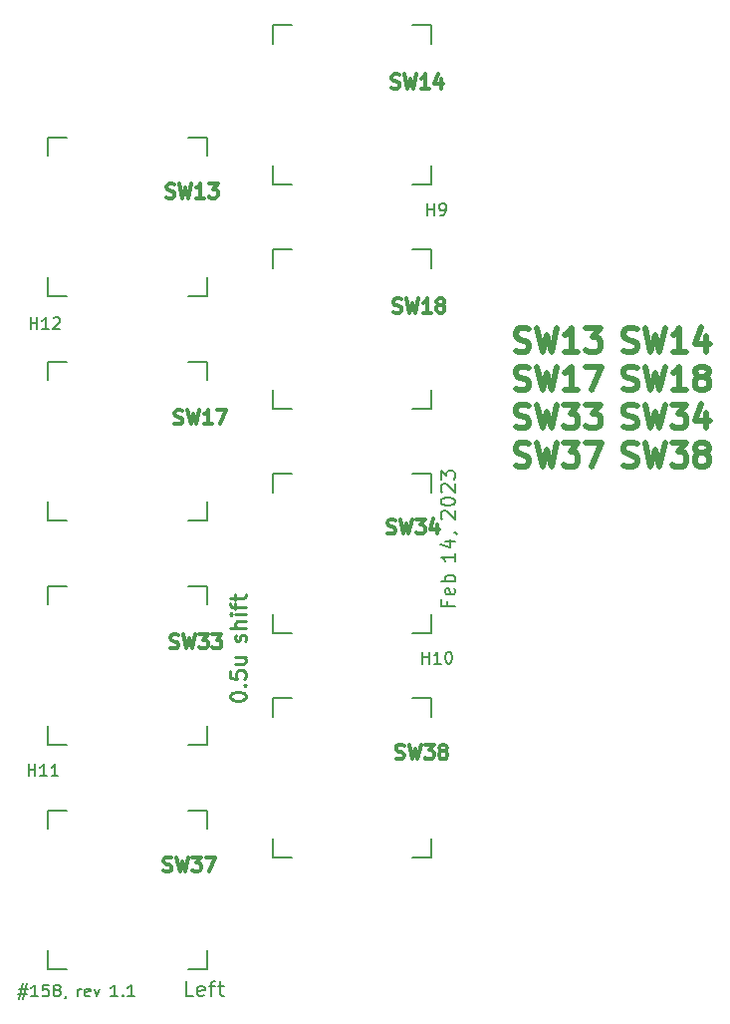
<source format=gbr>
%TF.GenerationSoftware,KiCad,Pcbnew,(7.0.0-0)*%
%TF.CreationDate,2023-02-26T21:11:16+09:00*%
%TF.ProjectId,pangaea-pcb-pinkey-k2-0.5ushift,70616e67-6165-4612-9d70-63622d70696e,rev?*%
%TF.SameCoordinates,Original*%
%TF.FileFunction,Legend,Top*%
%TF.FilePolarity,Positive*%
%FSLAX46Y46*%
G04 Gerber Fmt 4.6, Leading zero omitted, Abs format (unit mm)*
G04 Created by KiCad (PCBNEW (7.0.0-0)) date 2023-02-26 21:11:16*
%MOMM*%
%LPD*%
G01*
G04 APERTURE LIST*
%ADD10C,0.300000*%
%ADD11C,0.500000*%
%ADD12C,0.250000*%
%ADD13C,0.150000*%
%ADD14C,0.162500*%
G04 APERTURE END LIST*
D10*
X53758571Y-23971714D02*
X53930000Y-24028857D01*
X53930000Y-24028857D02*
X54215714Y-24028857D01*
X54215714Y-24028857D02*
X54330000Y-23971714D01*
X54330000Y-23971714D02*
X54387142Y-23914571D01*
X54387142Y-23914571D02*
X54444285Y-23800285D01*
X54444285Y-23800285D02*
X54444285Y-23686000D01*
X54444285Y-23686000D02*
X54387142Y-23571714D01*
X54387142Y-23571714D02*
X54330000Y-23514571D01*
X54330000Y-23514571D02*
X54215714Y-23457428D01*
X54215714Y-23457428D02*
X53987142Y-23400285D01*
X53987142Y-23400285D02*
X53872857Y-23343142D01*
X53872857Y-23343142D02*
X53815714Y-23286000D01*
X53815714Y-23286000D02*
X53758571Y-23171714D01*
X53758571Y-23171714D02*
X53758571Y-23057428D01*
X53758571Y-23057428D02*
X53815714Y-22943142D01*
X53815714Y-22943142D02*
X53872857Y-22886000D01*
X53872857Y-22886000D02*
X53987142Y-22828857D01*
X53987142Y-22828857D02*
X54272857Y-22828857D01*
X54272857Y-22828857D02*
X54444285Y-22886000D01*
X54844285Y-22828857D02*
X55129999Y-24028857D01*
X55129999Y-24028857D02*
X55358571Y-23171714D01*
X55358571Y-23171714D02*
X55587142Y-24028857D01*
X55587142Y-24028857D02*
X55872857Y-22828857D01*
X56958571Y-24028857D02*
X56272857Y-24028857D01*
X56615714Y-24028857D02*
X56615714Y-22828857D01*
X56615714Y-22828857D02*
X56501428Y-23000285D01*
X56501428Y-23000285D02*
X56387143Y-23114571D01*
X56387143Y-23114571D02*
X56272857Y-23171714D01*
X57987143Y-23228857D02*
X57987143Y-24028857D01*
X57701428Y-22771714D02*
X57415714Y-23628857D01*
X57415714Y-23628857D02*
X58158571Y-23628857D01*
D11*
X64280952Y-46309523D02*
X64566666Y-46404761D01*
X64566666Y-46404761D02*
X65042857Y-46404761D01*
X65042857Y-46404761D02*
X65233333Y-46309523D01*
X65233333Y-46309523D02*
X65328571Y-46214285D01*
X65328571Y-46214285D02*
X65423809Y-46023809D01*
X65423809Y-46023809D02*
X65423809Y-45833333D01*
X65423809Y-45833333D02*
X65328571Y-45642857D01*
X65328571Y-45642857D02*
X65233333Y-45547619D01*
X65233333Y-45547619D02*
X65042857Y-45452380D01*
X65042857Y-45452380D02*
X64661904Y-45357142D01*
X64661904Y-45357142D02*
X64471428Y-45261904D01*
X64471428Y-45261904D02*
X64376190Y-45166666D01*
X64376190Y-45166666D02*
X64280952Y-44976190D01*
X64280952Y-44976190D02*
X64280952Y-44785714D01*
X64280952Y-44785714D02*
X64376190Y-44595238D01*
X64376190Y-44595238D02*
X64471428Y-44500000D01*
X64471428Y-44500000D02*
X64661904Y-44404761D01*
X64661904Y-44404761D02*
X65138095Y-44404761D01*
X65138095Y-44404761D02*
X65423809Y-44500000D01*
X66090476Y-44404761D02*
X66566666Y-46404761D01*
X66566666Y-46404761D02*
X66947619Y-44976190D01*
X66947619Y-44976190D02*
X67328571Y-46404761D01*
X67328571Y-46404761D02*
X67804762Y-44404761D01*
X69614285Y-46404761D02*
X68471428Y-46404761D01*
X69042856Y-46404761D02*
X69042856Y-44404761D01*
X69042856Y-44404761D02*
X68852380Y-44690476D01*
X68852380Y-44690476D02*
X68661904Y-44880952D01*
X68661904Y-44880952D02*
X68471428Y-44976190D01*
X70280952Y-44404761D02*
X71519047Y-44404761D01*
X71519047Y-44404761D02*
X70852380Y-45166666D01*
X70852380Y-45166666D02*
X71138095Y-45166666D01*
X71138095Y-45166666D02*
X71328571Y-45261904D01*
X71328571Y-45261904D02*
X71423809Y-45357142D01*
X71423809Y-45357142D02*
X71519047Y-45547619D01*
X71519047Y-45547619D02*
X71519047Y-46023809D01*
X71519047Y-46023809D02*
X71423809Y-46214285D01*
X71423809Y-46214285D02*
X71328571Y-46309523D01*
X71328571Y-46309523D02*
X71138095Y-46404761D01*
X71138095Y-46404761D02*
X70566666Y-46404761D01*
X70566666Y-46404761D02*
X70376190Y-46309523D01*
X70376190Y-46309523D02*
X70280952Y-46214285D01*
X73480952Y-46309523D02*
X73766666Y-46404761D01*
X73766666Y-46404761D02*
X74242857Y-46404761D01*
X74242857Y-46404761D02*
X74433333Y-46309523D01*
X74433333Y-46309523D02*
X74528571Y-46214285D01*
X74528571Y-46214285D02*
X74623809Y-46023809D01*
X74623809Y-46023809D02*
X74623809Y-45833333D01*
X74623809Y-45833333D02*
X74528571Y-45642857D01*
X74528571Y-45642857D02*
X74433333Y-45547619D01*
X74433333Y-45547619D02*
X74242857Y-45452380D01*
X74242857Y-45452380D02*
X73861904Y-45357142D01*
X73861904Y-45357142D02*
X73671428Y-45261904D01*
X73671428Y-45261904D02*
X73576190Y-45166666D01*
X73576190Y-45166666D02*
X73480952Y-44976190D01*
X73480952Y-44976190D02*
X73480952Y-44785714D01*
X73480952Y-44785714D02*
X73576190Y-44595238D01*
X73576190Y-44595238D02*
X73671428Y-44500000D01*
X73671428Y-44500000D02*
X73861904Y-44404761D01*
X73861904Y-44404761D02*
X74338095Y-44404761D01*
X74338095Y-44404761D02*
X74623809Y-44500000D01*
X75290476Y-44404761D02*
X75766666Y-46404761D01*
X75766666Y-46404761D02*
X76147619Y-44976190D01*
X76147619Y-44976190D02*
X76528571Y-46404761D01*
X76528571Y-46404761D02*
X77004762Y-44404761D01*
X78814285Y-46404761D02*
X77671428Y-46404761D01*
X78242856Y-46404761D02*
X78242856Y-44404761D01*
X78242856Y-44404761D02*
X78052380Y-44690476D01*
X78052380Y-44690476D02*
X77861904Y-44880952D01*
X77861904Y-44880952D02*
X77671428Y-44976190D01*
X80528571Y-45071428D02*
X80528571Y-46404761D01*
X80052380Y-44309523D02*
X79576190Y-45738095D01*
X79576190Y-45738095D02*
X80814285Y-45738095D01*
X64280952Y-49549523D02*
X64566666Y-49644761D01*
X64566666Y-49644761D02*
X65042857Y-49644761D01*
X65042857Y-49644761D02*
X65233333Y-49549523D01*
X65233333Y-49549523D02*
X65328571Y-49454285D01*
X65328571Y-49454285D02*
X65423809Y-49263809D01*
X65423809Y-49263809D02*
X65423809Y-49073333D01*
X65423809Y-49073333D02*
X65328571Y-48882857D01*
X65328571Y-48882857D02*
X65233333Y-48787619D01*
X65233333Y-48787619D02*
X65042857Y-48692380D01*
X65042857Y-48692380D02*
X64661904Y-48597142D01*
X64661904Y-48597142D02*
X64471428Y-48501904D01*
X64471428Y-48501904D02*
X64376190Y-48406666D01*
X64376190Y-48406666D02*
X64280952Y-48216190D01*
X64280952Y-48216190D02*
X64280952Y-48025714D01*
X64280952Y-48025714D02*
X64376190Y-47835238D01*
X64376190Y-47835238D02*
X64471428Y-47740000D01*
X64471428Y-47740000D02*
X64661904Y-47644761D01*
X64661904Y-47644761D02*
X65138095Y-47644761D01*
X65138095Y-47644761D02*
X65423809Y-47740000D01*
X66090476Y-47644761D02*
X66566666Y-49644761D01*
X66566666Y-49644761D02*
X66947619Y-48216190D01*
X66947619Y-48216190D02*
X67328571Y-49644761D01*
X67328571Y-49644761D02*
X67804762Y-47644761D01*
X69614285Y-49644761D02*
X68471428Y-49644761D01*
X69042856Y-49644761D02*
X69042856Y-47644761D01*
X69042856Y-47644761D02*
X68852380Y-47930476D01*
X68852380Y-47930476D02*
X68661904Y-48120952D01*
X68661904Y-48120952D02*
X68471428Y-48216190D01*
X70280952Y-47644761D02*
X71614285Y-47644761D01*
X71614285Y-47644761D02*
X70757142Y-49644761D01*
X73480952Y-49549523D02*
X73766666Y-49644761D01*
X73766666Y-49644761D02*
X74242857Y-49644761D01*
X74242857Y-49644761D02*
X74433333Y-49549523D01*
X74433333Y-49549523D02*
X74528571Y-49454285D01*
X74528571Y-49454285D02*
X74623809Y-49263809D01*
X74623809Y-49263809D02*
X74623809Y-49073333D01*
X74623809Y-49073333D02*
X74528571Y-48882857D01*
X74528571Y-48882857D02*
X74433333Y-48787619D01*
X74433333Y-48787619D02*
X74242857Y-48692380D01*
X74242857Y-48692380D02*
X73861904Y-48597142D01*
X73861904Y-48597142D02*
X73671428Y-48501904D01*
X73671428Y-48501904D02*
X73576190Y-48406666D01*
X73576190Y-48406666D02*
X73480952Y-48216190D01*
X73480952Y-48216190D02*
X73480952Y-48025714D01*
X73480952Y-48025714D02*
X73576190Y-47835238D01*
X73576190Y-47835238D02*
X73671428Y-47740000D01*
X73671428Y-47740000D02*
X73861904Y-47644761D01*
X73861904Y-47644761D02*
X74338095Y-47644761D01*
X74338095Y-47644761D02*
X74623809Y-47740000D01*
X75290476Y-47644761D02*
X75766666Y-49644761D01*
X75766666Y-49644761D02*
X76147619Y-48216190D01*
X76147619Y-48216190D02*
X76528571Y-49644761D01*
X76528571Y-49644761D02*
X77004762Y-47644761D01*
X78814285Y-49644761D02*
X77671428Y-49644761D01*
X78242856Y-49644761D02*
X78242856Y-47644761D01*
X78242856Y-47644761D02*
X78052380Y-47930476D01*
X78052380Y-47930476D02*
X77861904Y-48120952D01*
X77861904Y-48120952D02*
X77671428Y-48216190D01*
X79957142Y-48501904D02*
X79766666Y-48406666D01*
X79766666Y-48406666D02*
X79671428Y-48311428D01*
X79671428Y-48311428D02*
X79576190Y-48120952D01*
X79576190Y-48120952D02*
X79576190Y-48025714D01*
X79576190Y-48025714D02*
X79671428Y-47835238D01*
X79671428Y-47835238D02*
X79766666Y-47740000D01*
X79766666Y-47740000D02*
X79957142Y-47644761D01*
X79957142Y-47644761D02*
X80338095Y-47644761D01*
X80338095Y-47644761D02*
X80528571Y-47740000D01*
X80528571Y-47740000D02*
X80623809Y-47835238D01*
X80623809Y-47835238D02*
X80719047Y-48025714D01*
X80719047Y-48025714D02*
X80719047Y-48120952D01*
X80719047Y-48120952D02*
X80623809Y-48311428D01*
X80623809Y-48311428D02*
X80528571Y-48406666D01*
X80528571Y-48406666D02*
X80338095Y-48501904D01*
X80338095Y-48501904D02*
X79957142Y-48501904D01*
X79957142Y-48501904D02*
X79766666Y-48597142D01*
X79766666Y-48597142D02*
X79671428Y-48692380D01*
X79671428Y-48692380D02*
X79576190Y-48882857D01*
X79576190Y-48882857D02*
X79576190Y-49263809D01*
X79576190Y-49263809D02*
X79671428Y-49454285D01*
X79671428Y-49454285D02*
X79766666Y-49549523D01*
X79766666Y-49549523D02*
X79957142Y-49644761D01*
X79957142Y-49644761D02*
X80338095Y-49644761D01*
X80338095Y-49644761D02*
X80528571Y-49549523D01*
X80528571Y-49549523D02*
X80623809Y-49454285D01*
X80623809Y-49454285D02*
X80719047Y-49263809D01*
X80719047Y-49263809D02*
X80719047Y-48882857D01*
X80719047Y-48882857D02*
X80623809Y-48692380D01*
X80623809Y-48692380D02*
X80528571Y-48597142D01*
X80528571Y-48597142D02*
X80338095Y-48501904D01*
X64280952Y-52789523D02*
X64566666Y-52884761D01*
X64566666Y-52884761D02*
X65042857Y-52884761D01*
X65042857Y-52884761D02*
X65233333Y-52789523D01*
X65233333Y-52789523D02*
X65328571Y-52694285D01*
X65328571Y-52694285D02*
X65423809Y-52503809D01*
X65423809Y-52503809D02*
X65423809Y-52313333D01*
X65423809Y-52313333D02*
X65328571Y-52122857D01*
X65328571Y-52122857D02*
X65233333Y-52027619D01*
X65233333Y-52027619D02*
X65042857Y-51932380D01*
X65042857Y-51932380D02*
X64661904Y-51837142D01*
X64661904Y-51837142D02*
X64471428Y-51741904D01*
X64471428Y-51741904D02*
X64376190Y-51646666D01*
X64376190Y-51646666D02*
X64280952Y-51456190D01*
X64280952Y-51456190D02*
X64280952Y-51265714D01*
X64280952Y-51265714D02*
X64376190Y-51075238D01*
X64376190Y-51075238D02*
X64471428Y-50980000D01*
X64471428Y-50980000D02*
X64661904Y-50884761D01*
X64661904Y-50884761D02*
X65138095Y-50884761D01*
X65138095Y-50884761D02*
X65423809Y-50980000D01*
X66090476Y-50884761D02*
X66566666Y-52884761D01*
X66566666Y-52884761D02*
X66947619Y-51456190D01*
X66947619Y-51456190D02*
X67328571Y-52884761D01*
X67328571Y-52884761D02*
X67804762Y-50884761D01*
X68376190Y-50884761D02*
X69614285Y-50884761D01*
X69614285Y-50884761D02*
X68947618Y-51646666D01*
X68947618Y-51646666D02*
X69233333Y-51646666D01*
X69233333Y-51646666D02*
X69423809Y-51741904D01*
X69423809Y-51741904D02*
X69519047Y-51837142D01*
X69519047Y-51837142D02*
X69614285Y-52027619D01*
X69614285Y-52027619D02*
X69614285Y-52503809D01*
X69614285Y-52503809D02*
X69519047Y-52694285D01*
X69519047Y-52694285D02*
X69423809Y-52789523D01*
X69423809Y-52789523D02*
X69233333Y-52884761D01*
X69233333Y-52884761D02*
X68661904Y-52884761D01*
X68661904Y-52884761D02*
X68471428Y-52789523D01*
X68471428Y-52789523D02*
X68376190Y-52694285D01*
X70280952Y-50884761D02*
X71519047Y-50884761D01*
X71519047Y-50884761D02*
X70852380Y-51646666D01*
X70852380Y-51646666D02*
X71138095Y-51646666D01*
X71138095Y-51646666D02*
X71328571Y-51741904D01*
X71328571Y-51741904D02*
X71423809Y-51837142D01*
X71423809Y-51837142D02*
X71519047Y-52027619D01*
X71519047Y-52027619D02*
X71519047Y-52503809D01*
X71519047Y-52503809D02*
X71423809Y-52694285D01*
X71423809Y-52694285D02*
X71328571Y-52789523D01*
X71328571Y-52789523D02*
X71138095Y-52884761D01*
X71138095Y-52884761D02*
X70566666Y-52884761D01*
X70566666Y-52884761D02*
X70376190Y-52789523D01*
X70376190Y-52789523D02*
X70280952Y-52694285D01*
X73480952Y-52789523D02*
X73766666Y-52884761D01*
X73766666Y-52884761D02*
X74242857Y-52884761D01*
X74242857Y-52884761D02*
X74433333Y-52789523D01*
X74433333Y-52789523D02*
X74528571Y-52694285D01*
X74528571Y-52694285D02*
X74623809Y-52503809D01*
X74623809Y-52503809D02*
X74623809Y-52313333D01*
X74623809Y-52313333D02*
X74528571Y-52122857D01*
X74528571Y-52122857D02*
X74433333Y-52027619D01*
X74433333Y-52027619D02*
X74242857Y-51932380D01*
X74242857Y-51932380D02*
X73861904Y-51837142D01*
X73861904Y-51837142D02*
X73671428Y-51741904D01*
X73671428Y-51741904D02*
X73576190Y-51646666D01*
X73576190Y-51646666D02*
X73480952Y-51456190D01*
X73480952Y-51456190D02*
X73480952Y-51265714D01*
X73480952Y-51265714D02*
X73576190Y-51075238D01*
X73576190Y-51075238D02*
X73671428Y-50980000D01*
X73671428Y-50980000D02*
X73861904Y-50884761D01*
X73861904Y-50884761D02*
X74338095Y-50884761D01*
X74338095Y-50884761D02*
X74623809Y-50980000D01*
X75290476Y-50884761D02*
X75766666Y-52884761D01*
X75766666Y-52884761D02*
X76147619Y-51456190D01*
X76147619Y-51456190D02*
X76528571Y-52884761D01*
X76528571Y-52884761D02*
X77004762Y-50884761D01*
X77576190Y-50884761D02*
X78814285Y-50884761D01*
X78814285Y-50884761D02*
X78147618Y-51646666D01*
X78147618Y-51646666D02*
X78433333Y-51646666D01*
X78433333Y-51646666D02*
X78623809Y-51741904D01*
X78623809Y-51741904D02*
X78719047Y-51837142D01*
X78719047Y-51837142D02*
X78814285Y-52027619D01*
X78814285Y-52027619D02*
X78814285Y-52503809D01*
X78814285Y-52503809D02*
X78719047Y-52694285D01*
X78719047Y-52694285D02*
X78623809Y-52789523D01*
X78623809Y-52789523D02*
X78433333Y-52884761D01*
X78433333Y-52884761D02*
X77861904Y-52884761D01*
X77861904Y-52884761D02*
X77671428Y-52789523D01*
X77671428Y-52789523D02*
X77576190Y-52694285D01*
X80528571Y-51551428D02*
X80528571Y-52884761D01*
X80052380Y-50789523D02*
X79576190Y-52218095D01*
X79576190Y-52218095D02*
X80814285Y-52218095D01*
X64280952Y-56029523D02*
X64566666Y-56124761D01*
X64566666Y-56124761D02*
X65042857Y-56124761D01*
X65042857Y-56124761D02*
X65233333Y-56029523D01*
X65233333Y-56029523D02*
X65328571Y-55934285D01*
X65328571Y-55934285D02*
X65423809Y-55743809D01*
X65423809Y-55743809D02*
X65423809Y-55553333D01*
X65423809Y-55553333D02*
X65328571Y-55362857D01*
X65328571Y-55362857D02*
X65233333Y-55267619D01*
X65233333Y-55267619D02*
X65042857Y-55172380D01*
X65042857Y-55172380D02*
X64661904Y-55077142D01*
X64661904Y-55077142D02*
X64471428Y-54981904D01*
X64471428Y-54981904D02*
X64376190Y-54886666D01*
X64376190Y-54886666D02*
X64280952Y-54696190D01*
X64280952Y-54696190D02*
X64280952Y-54505714D01*
X64280952Y-54505714D02*
X64376190Y-54315238D01*
X64376190Y-54315238D02*
X64471428Y-54220000D01*
X64471428Y-54220000D02*
X64661904Y-54124761D01*
X64661904Y-54124761D02*
X65138095Y-54124761D01*
X65138095Y-54124761D02*
X65423809Y-54220000D01*
X66090476Y-54124761D02*
X66566666Y-56124761D01*
X66566666Y-56124761D02*
X66947619Y-54696190D01*
X66947619Y-54696190D02*
X67328571Y-56124761D01*
X67328571Y-56124761D02*
X67804762Y-54124761D01*
X68376190Y-54124761D02*
X69614285Y-54124761D01*
X69614285Y-54124761D02*
X68947618Y-54886666D01*
X68947618Y-54886666D02*
X69233333Y-54886666D01*
X69233333Y-54886666D02*
X69423809Y-54981904D01*
X69423809Y-54981904D02*
X69519047Y-55077142D01*
X69519047Y-55077142D02*
X69614285Y-55267619D01*
X69614285Y-55267619D02*
X69614285Y-55743809D01*
X69614285Y-55743809D02*
X69519047Y-55934285D01*
X69519047Y-55934285D02*
X69423809Y-56029523D01*
X69423809Y-56029523D02*
X69233333Y-56124761D01*
X69233333Y-56124761D02*
X68661904Y-56124761D01*
X68661904Y-56124761D02*
X68471428Y-56029523D01*
X68471428Y-56029523D02*
X68376190Y-55934285D01*
X70280952Y-54124761D02*
X71614285Y-54124761D01*
X71614285Y-54124761D02*
X70757142Y-56124761D01*
X73480952Y-56029523D02*
X73766666Y-56124761D01*
X73766666Y-56124761D02*
X74242857Y-56124761D01*
X74242857Y-56124761D02*
X74433333Y-56029523D01*
X74433333Y-56029523D02*
X74528571Y-55934285D01*
X74528571Y-55934285D02*
X74623809Y-55743809D01*
X74623809Y-55743809D02*
X74623809Y-55553333D01*
X74623809Y-55553333D02*
X74528571Y-55362857D01*
X74528571Y-55362857D02*
X74433333Y-55267619D01*
X74433333Y-55267619D02*
X74242857Y-55172380D01*
X74242857Y-55172380D02*
X73861904Y-55077142D01*
X73861904Y-55077142D02*
X73671428Y-54981904D01*
X73671428Y-54981904D02*
X73576190Y-54886666D01*
X73576190Y-54886666D02*
X73480952Y-54696190D01*
X73480952Y-54696190D02*
X73480952Y-54505714D01*
X73480952Y-54505714D02*
X73576190Y-54315238D01*
X73576190Y-54315238D02*
X73671428Y-54220000D01*
X73671428Y-54220000D02*
X73861904Y-54124761D01*
X73861904Y-54124761D02*
X74338095Y-54124761D01*
X74338095Y-54124761D02*
X74623809Y-54220000D01*
X75290476Y-54124761D02*
X75766666Y-56124761D01*
X75766666Y-56124761D02*
X76147619Y-54696190D01*
X76147619Y-54696190D02*
X76528571Y-56124761D01*
X76528571Y-56124761D02*
X77004762Y-54124761D01*
X77576190Y-54124761D02*
X78814285Y-54124761D01*
X78814285Y-54124761D02*
X78147618Y-54886666D01*
X78147618Y-54886666D02*
X78433333Y-54886666D01*
X78433333Y-54886666D02*
X78623809Y-54981904D01*
X78623809Y-54981904D02*
X78719047Y-55077142D01*
X78719047Y-55077142D02*
X78814285Y-55267619D01*
X78814285Y-55267619D02*
X78814285Y-55743809D01*
X78814285Y-55743809D02*
X78719047Y-55934285D01*
X78719047Y-55934285D02*
X78623809Y-56029523D01*
X78623809Y-56029523D02*
X78433333Y-56124761D01*
X78433333Y-56124761D02*
X77861904Y-56124761D01*
X77861904Y-56124761D02*
X77671428Y-56029523D01*
X77671428Y-56029523D02*
X77576190Y-55934285D01*
X79957142Y-54981904D02*
X79766666Y-54886666D01*
X79766666Y-54886666D02*
X79671428Y-54791428D01*
X79671428Y-54791428D02*
X79576190Y-54600952D01*
X79576190Y-54600952D02*
X79576190Y-54505714D01*
X79576190Y-54505714D02*
X79671428Y-54315238D01*
X79671428Y-54315238D02*
X79766666Y-54220000D01*
X79766666Y-54220000D02*
X79957142Y-54124761D01*
X79957142Y-54124761D02*
X80338095Y-54124761D01*
X80338095Y-54124761D02*
X80528571Y-54220000D01*
X80528571Y-54220000D02*
X80623809Y-54315238D01*
X80623809Y-54315238D02*
X80719047Y-54505714D01*
X80719047Y-54505714D02*
X80719047Y-54600952D01*
X80719047Y-54600952D02*
X80623809Y-54791428D01*
X80623809Y-54791428D02*
X80528571Y-54886666D01*
X80528571Y-54886666D02*
X80338095Y-54981904D01*
X80338095Y-54981904D02*
X79957142Y-54981904D01*
X79957142Y-54981904D02*
X79766666Y-55077142D01*
X79766666Y-55077142D02*
X79671428Y-55172380D01*
X79671428Y-55172380D02*
X79576190Y-55362857D01*
X79576190Y-55362857D02*
X79576190Y-55743809D01*
X79576190Y-55743809D02*
X79671428Y-55934285D01*
X79671428Y-55934285D02*
X79766666Y-56029523D01*
X79766666Y-56029523D02*
X79957142Y-56124761D01*
X79957142Y-56124761D02*
X80338095Y-56124761D01*
X80338095Y-56124761D02*
X80528571Y-56029523D01*
X80528571Y-56029523D02*
X80623809Y-55934285D01*
X80623809Y-55934285D02*
X80719047Y-55743809D01*
X80719047Y-55743809D02*
X80719047Y-55362857D01*
X80719047Y-55362857D02*
X80623809Y-55172380D01*
X80623809Y-55172380D02*
X80528571Y-55077142D01*
X80528571Y-55077142D02*
X80338095Y-54981904D01*
D10*
X53918571Y-43021714D02*
X54090000Y-43078857D01*
X54090000Y-43078857D02*
X54375714Y-43078857D01*
X54375714Y-43078857D02*
X54490000Y-43021714D01*
X54490000Y-43021714D02*
X54547142Y-42964571D01*
X54547142Y-42964571D02*
X54604285Y-42850285D01*
X54604285Y-42850285D02*
X54604285Y-42736000D01*
X54604285Y-42736000D02*
X54547142Y-42621714D01*
X54547142Y-42621714D02*
X54490000Y-42564571D01*
X54490000Y-42564571D02*
X54375714Y-42507428D01*
X54375714Y-42507428D02*
X54147142Y-42450285D01*
X54147142Y-42450285D02*
X54032857Y-42393142D01*
X54032857Y-42393142D02*
X53975714Y-42336000D01*
X53975714Y-42336000D02*
X53918571Y-42221714D01*
X53918571Y-42221714D02*
X53918571Y-42107428D01*
X53918571Y-42107428D02*
X53975714Y-41993142D01*
X53975714Y-41993142D02*
X54032857Y-41936000D01*
X54032857Y-41936000D02*
X54147142Y-41878857D01*
X54147142Y-41878857D02*
X54432857Y-41878857D01*
X54432857Y-41878857D02*
X54604285Y-41936000D01*
X55004285Y-41878857D02*
X55289999Y-43078857D01*
X55289999Y-43078857D02*
X55518571Y-42221714D01*
X55518571Y-42221714D02*
X55747142Y-43078857D01*
X55747142Y-43078857D02*
X56032857Y-41878857D01*
X57118571Y-43078857D02*
X56432857Y-43078857D01*
X56775714Y-43078857D02*
X56775714Y-41878857D01*
X56775714Y-41878857D02*
X56661428Y-42050285D01*
X56661428Y-42050285D02*
X56547143Y-42164571D01*
X56547143Y-42164571D02*
X56432857Y-42221714D01*
X57804285Y-42393142D02*
X57690000Y-42336000D01*
X57690000Y-42336000D02*
X57632857Y-42278857D01*
X57632857Y-42278857D02*
X57575714Y-42164571D01*
X57575714Y-42164571D02*
X57575714Y-42107428D01*
X57575714Y-42107428D02*
X57632857Y-41993142D01*
X57632857Y-41993142D02*
X57690000Y-41936000D01*
X57690000Y-41936000D02*
X57804285Y-41878857D01*
X57804285Y-41878857D02*
X58032857Y-41878857D01*
X58032857Y-41878857D02*
X58147143Y-41936000D01*
X58147143Y-41936000D02*
X58204285Y-41993142D01*
X58204285Y-41993142D02*
X58261428Y-42107428D01*
X58261428Y-42107428D02*
X58261428Y-42164571D01*
X58261428Y-42164571D02*
X58204285Y-42278857D01*
X58204285Y-42278857D02*
X58147143Y-42336000D01*
X58147143Y-42336000D02*
X58032857Y-42393142D01*
X58032857Y-42393142D02*
X57804285Y-42393142D01*
X57804285Y-42393142D02*
X57690000Y-42450285D01*
X57690000Y-42450285D02*
X57632857Y-42507428D01*
X57632857Y-42507428D02*
X57575714Y-42621714D01*
X57575714Y-42621714D02*
X57575714Y-42850285D01*
X57575714Y-42850285D02*
X57632857Y-42964571D01*
X57632857Y-42964571D02*
X57690000Y-43021714D01*
X57690000Y-43021714D02*
X57804285Y-43078857D01*
X57804285Y-43078857D02*
X58032857Y-43078857D01*
X58032857Y-43078857D02*
X58147143Y-43021714D01*
X58147143Y-43021714D02*
X58204285Y-42964571D01*
X58204285Y-42964571D02*
X58261428Y-42850285D01*
X58261428Y-42850285D02*
X58261428Y-42621714D01*
X58261428Y-42621714D02*
X58204285Y-42507428D01*
X58204285Y-42507428D02*
X58147143Y-42450285D01*
X58147143Y-42450285D02*
X58032857Y-42393142D01*
D12*
X40037595Y-75715237D02*
X40037595Y-75591427D01*
X40037595Y-75591427D02*
X40099500Y-75467618D01*
X40099500Y-75467618D02*
X40161404Y-75405713D01*
X40161404Y-75405713D02*
X40285214Y-75343808D01*
X40285214Y-75343808D02*
X40532833Y-75281903D01*
X40532833Y-75281903D02*
X40842357Y-75281903D01*
X40842357Y-75281903D02*
X41089976Y-75343808D01*
X41089976Y-75343808D02*
X41213785Y-75405713D01*
X41213785Y-75405713D02*
X41275690Y-75467618D01*
X41275690Y-75467618D02*
X41337595Y-75591427D01*
X41337595Y-75591427D02*
X41337595Y-75715237D01*
X41337595Y-75715237D02*
X41275690Y-75839046D01*
X41275690Y-75839046D02*
X41213785Y-75900951D01*
X41213785Y-75900951D02*
X41089976Y-75962856D01*
X41089976Y-75962856D02*
X40842357Y-76024760D01*
X40842357Y-76024760D02*
X40532833Y-76024760D01*
X40532833Y-76024760D02*
X40285214Y-75962856D01*
X40285214Y-75962856D02*
X40161404Y-75900951D01*
X40161404Y-75900951D02*
X40099500Y-75839046D01*
X40099500Y-75839046D02*
X40037595Y-75715237D01*
X41213785Y-74724761D02*
X41275690Y-74662856D01*
X41275690Y-74662856D02*
X41337595Y-74724761D01*
X41337595Y-74724761D02*
X41275690Y-74786665D01*
X41275690Y-74786665D02*
X41213785Y-74724761D01*
X41213785Y-74724761D02*
X41337595Y-74724761D01*
X40037595Y-73486665D02*
X40037595Y-74105713D01*
X40037595Y-74105713D02*
X40656642Y-74167617D01*
X40656642Y-74167617D02*
X40594738Y-74105713D01*
X40594738Y-74105713D02*
X40532833Y-73981903D01*
X40532833Y-73981903D02*
X40532833Y-73672379D01*
X40532833Y-73672379D02*
X40594738Y-73548570D01*
X40594738Y-73548570D02*
X40656642Y-73486665D01*
X40656642Y-73486665D02*
X40780452Y-73424760D01*
X40780452Y-73424760D02*
X41089976Y-73424760D01*
X41089976Y-73424760D02*
X41213785Y-73486665D01*
X41213785Y-73486665D02*
X41275690Y-73548570D01*
X41275690Y-73548570D02*
X41337595Y-73672379D01*
X41337595Y-73672379D02*
X41337595Y-73981903D01*
X41337595Y-73981903D02*
X41275690Y-74105713D01*
X41275690Y-74105713D02*
X41213785Y-74167617D01*
X40470928Y-72310475D02*
X41337595Y-72310475D01*
X40470928Y-72867618D02*
X41151880Y-72867618D01*
X41151880Y-72867618D02*
X41275690Y-72805713D01*
X41275690Y-72805713D02*
X41337595Y-72681903D01*
X41337595Y-72681903D02*
X41337595Y-72496189D01*
X41337595Y-72496189D02*
X41275690Y-72372380D01*
X41275690Y-72372380D02*
X41213785Y-72310475D01*
X41275690Y-70973332D02*
X41337595Y-70849523D01*
X41337595Y-70849523D02*
X41337595Y-70601904D01*
X41337595Y-70601904D02*
X41275690Y-70478094D01*
X41275690Y-70478094D02*
X41151880Y-70416190D01*
X41151880Y-70416190D02*
X41089976Y-70416190D01*
X41089976Y-70416190D02*
X40966166Y-70478094D01*
X40966166Y-70478094D02*
X40904261Y-70601904D01*
X40904261Y-70601904D02*
X40904261Y-70787618D01*
X40904261Y-70787618D02*
X40842357Y-70911428D01*
X40842357Y-70911428D02*
X40718547Y-70973332D01*
X40718547Y-70973332D02*
X40656642Y-70973332D01*
X40656642Y-70973332D02*
X40532833Y-70911428D01*
X40532833Y-70911428D02*
X40470928Y-70787618D01*
X40470928Y-70787618D02*
X40470928Y-70601904D01*
X40470928Y-70601904D02*
X40532833Y-70478094D01*
X41337595Y-69859047D02*
X40037595Y-69859047D01*
X41337595Y-69301904D02*
X40656642Y-69301904D01*
X40656642Y-69301904D02*
X40532833Y-69363809D01*
X40532833Y-69363809D02*
X40470928Y-69487618D01*
X40470928Y-69487618D02*
X40470928Y-69673332D01*
X40470928Y-69673332D02*
X40532833Y-69797142D01*
X40532833Y-69797142D02*
X40594738Y-69859047D01*
X41337595Y-68682857D02*
X40470928Y-68682857D01*
X40037595Y-68682857D02*
X40099500Y-68744761D01*
X40099500Y-68744761D02*
X40161404Y-68682857D01*
X40161404Y-68682857D02*
X40099500Y-68620952D01*
X40099500Y-68620952D02*
X40037595Y-68682857D01*
X40037595Y-68682857D02*
X40161404Y-68682857D01*
X40470928Y-68249523D02*
X40470928Y-67754285D01*
X41337595Y-68063809D02*
X40223309Y-68063809D01*
X40223309Y-68063809D02*
X40099500Y-68001904D01*
X40099500Y-68001904D02*
X40037595Y-67878094D01*
X40037595Y-67878094D02*
X40037595Y-67754285D01*
X40470928Y-67506666D02*
X40470928Y-67011428D01*
X40037595Y-67320952D02*
X41151880Y-67320952D01*
X41151880Y-67320952D02*
X41275690Y-67259047D01*
X41275690Y-67259047D02*
X41337595Y-67135237D01*
X41337595Y-67135237D02*
X41337595Y-67011428D01*
D10*
X34378571Y-90461714D02*
X34550000Y-90518857D01*
X34550000Y-90518857D02*
X34835714Y-90518857D01*
X34835714Y-90518857D02*
X34950000Y-90461714D01*
X34950000Y-90461714D02*
X35007142Y-90404571D01*
X35007142Y-90404571D02*
X35064285Y-90290285D01*
X35064285Y-90290285D02*
X35064285Y-90176000D01*
X35064285Y-90176000D02*
X35007142Y-90061714D01*
X35007142Y-90061714D02*
X34950000Y-90004571D01*
X34950000Y-90004571D02*
X34835714Y-89947428D01*
X34835714Y-89947428D02*
X34607142Y-89890285D01*
X34607142Y-89890285D02*
X34492857Y-89833142D01*
X34492857Y-89833142D02*
X34435714Y-89776000D01*
X34435714Y-89776000D02*
X34378571Y-89661714D01*
X34378571Y-89661714D02*
X34378571Y-89547428D01*
X34378571Y-89547428D02*
X34435714Y-89433142D01*
X34435714Y-89433142D02*
X34492857Y-89376000D01*
X34492857Y-89376000D02*
X34607142Y-89318857D01*
X34607142Y-89318857D02*
X34892857Y-89318857D01*
X34892857Y-89318857D02*
X35064285Y-89376000D01*
X35464285Y-89318857D02*
X35749999Y-90518857D01*
X35749999Y-90518857D02*
X35978571Y-89661714D01*
X35978571Y-89661714D02*
X36207142Y-90518857D01*
X36207142Y-90518857D02*
X36492857Y-89318857D01*
X36835714Y-89318857D02*
X37578571Y-89318857D01*
X37578571Y-89318857D02*
X37178571Y-89776000D01*
X37178571Y-89776000D02*
X37350000Y-89776000D01*
X37350000Y-89776000D02*
X37464286Y-89833142D01*
X37464286Y-89833142D02*
X37521428Y-89890285D01*
X37521428Y-89890285D02*
X37578571Y-90004571D01*
X37578571Y-90004571D02*
X37578571Y-90290285D01*
X37578571Y-90290285D02*
X37521428Y-90404571D01*
X37521428Y-90404571D02*
X37464286Y-90461714D01*
X37464286Y-90461714D02*
X37350000Y-90518857D01*
X37350000Y-90518857D02*
X37007143Y-90518857D01*
X37007143Y-90518857D02*
X36892857Y-90461714D01*
X36892857Y-90461714D02*
X36835714Y-90404571D01*
X37978571Y-89318857D02*
X38778571Y-89318857D01*
X38778571Y-89318857D02*
X38264285Y-90518857D01*
X34938571Y-71531714D02*
X35110000Y-71588857D01*
X35110000Y-71588857D02*
X35395714Y-71588857D01*
X35395714Y-71588857D02*
X35510000Y-71531714D01*
X35510000Y-71531714D02*
X35567142Y-71474571D01*
X35567142Y-71474571D02*
X35624285Y-71360285D01*
X35624285Y-71360285D02*
X35624285Y-71246000D01*
X35624285Y-71246000D02*
X35567142Y-71131714D01*
X35567142Y-71131714D02*
X35510000Y-71074571D01*
X35510000Y-71074571D02*
X35395714Y-71017428D01*
X35395714Y-71017428D02*
X35167142Y-70960285D01*
X35167142Y-70960285D02*
X35052857Y-70903142D01*
X35052857Y-70903142D02*
X34995714Y-70846000D01*
X34995714Y-70846000D02*
X34938571Y-70731714D01*
X34938571Y-70731714D02*
X34938571Y-70617428D01*
X34938571Y-70617428D02*
X34995714Y-70503142D01*
X34995714Y-70503142D02*
X35052857Y-70446000D01*
X35052857Y-70446000D02*
X35167142Y-70388857D01*
X35167142Y-70388857D02*
X35452857Y-70388857D01*
X35452857Y-70388857D02*
X35624285Y-70446000D01*
X36024285Y-70388857D02*
X36309999Y-71588857D01*
X36309999Y-71588857D02*
X36538571Y-70731714D01*
X36538571Y-70731714D02*
X36767142Y-71588857D01*
X36767142Y-71588857D02*
X37052857Y-70388857D01*
X37395714Y-70388857D02*
X38138571Y-70388857D01*
X38138571Y-70388857D02*
X37738571Y-70846000D01*
X37738571Y-70846000D02*
X37910000Y-70846000D01*
X37910000Y-70846000D02*
X38024286Y-70903142D01*
X38024286Y-70903142D02*
X38081428Y-70960285D01*
X38081428Y-70960285D02*
X38138571Y-71074571D01*
X38138571Y-71074571D02*
X38138571Y-71360285D01*
X38138571Y-71360285D02*
X38081428Y-71474571D01*
X38081428Y-71474571D02*
X38024286Y-71531714D01*
X38024286Y-71531714D02*
X37910000Y-71588857D01*
X37910000Y-71588857D02*
X37567143Y-71588857D01*
X37567143Y-71588857D02*
X37452857Y-71531714D01*
X37452857Y-71531714D02*
X37395714Y-71474571D01*
X38538571Y-70388857D02*
X39281428Y-70388857D01*
X39281428Y-70388857D02*
X38881428Y-70846000D01*
X38881428Y-70846000D02*
X39052857Y-70846000D01*
X39052857Y-70846000D02*
X39167143Y-70903142D01*
X39167143Y-70903142D02*
X39224285Y-70960285D01*
X39224285Y-70960285D02*
X39281428Y-71074571D01*
X39281428Y-71074571D02*
X39281428Y-71360285D01*
X39281428Y-71360285D02*
X39224285Y-71474571D01*
X39224285Y-71474571D02*
X39167143Y-71531714D01*
X39167143Y-71531714D02*
X39052857Y-71588857D01*
X39052857Y-71588857D02*
X38710000Y-71588857D01*
X38710000Y-71588857D02*
X38595714Y-71531714D01*
X38595714Y-71531714D02*
X38538571Y-71474571D01*
D13*
X22114286Y-100470714D02*
X22828571Y-100470714D01*
X22400000Y-100042142D02*
X22114286Y-101327857D01*
X22733333Y-100899285D02*
X22019048Y-100899285D01*
X22447619Y-101327857D02*
X22733333Y-100042142D01*
X23685714Y-101137380D02*
X23114286Y-101137380D01*
X23400000Y-101137380D02*
X23400000Y-100137380D01*
X23400000Y-100137380D02*
X23304762Y-100280238D01*
X23304762Y-100280238D02*
X23209524Y-100375476D01*
X23209524Y-100375476D02*
X23114286Y-100423095D01*
X24590476Y-100137380D02*
X24114286Y-100137380D01*
X24114286Y-100137380D02*
X24066667Y-100613571D01*
X24066667Y-100613571D02*
X24114286Y-100565952D01*
X24114286Y-100565952D02*
X24209524Y-100518333D01*
X24209524Y-100518333D02*
X24447619Y-100518333D01*
X24447619Y-100518333D02*
X24542857Y-100565952D01*
X24542857Y-100565952D02*
X24590476Y-100613571D01*
X24590476Y-100613571D02*
X24638095Y-100708809D01*
X24638095Y-100708809D02*
X24638095Y-100946904D01*
X24638095Y-100946904D02*
X24590476Y-101042142D01*
X24590476Y-101042142D02*
X24542857Y-101089761D01*
X24542857Y-101089761D02*
X24447619Y-101137380D01*
X24447619Y-101137380D02*
X24209524Y-101137380D01*
X24209524Y-101137380D02*
X24114286Y-101089761D01*
X24114286Y-101089761D02*
X24066667Y-101042142D01*
X25209524Y-100565952D02*
X25114286Y-100518333D01*
X25114286Y-100518333D02*
X25066667Y-100470714D01*
X25066667Y-100470714D02*
X25019048Y-100375476D01*
X25019048Y-100375476D02*
X25019048Y-100327857D01*
X25019048Y-100327857D02*
X25066667Y-100232619D01*
X25066667Y-100232619D02*
X25114286Y-100185000D01*
X25114286Y-100185000D02*
X25209524Y-100137380D01*
X25209524Y-100137380D02*
X25400000Y-100137380D01*
X25400000Y-100137380D02*
X25495238Y-100185000D01*
X25495238Y-100185000D02*
X25542857Y-100232619D01*
X25542857Y-100232619D02*
X25590476Y-100327857D01*
X25590476Y-100327857D02*
X25590476Y-100375476D01*
X25590476Y-100375476D02*
X25542857Y-100470714D01*
X25542857Y-100470714D02*
X25495238Y-100518333D01*
X25495238Y-100518333D02*
X25400000Y-100565952D01*
X25400000Y-100565952D02*
X25209524Y-100565952D01*
X25209524Y-100565952D02*
X25114286Y-100613571D01*
X25114286Y-100613571D02*
X25066667Y-100661190D01*
X25066667Y-100661190D02*
X25019048Y-100756428D01*
X25019048Y-100756428D02*
X25019048Y-100946904D01*
X25019048Y-100946904D02*
X25066667Y-101042142D01*
X25066667Y-101042142D02*
X25114286Y-101089761D01*
X25114286Y-101089761D02*
X25209524Y-101137380D01*
X25209524Y-101137380D02*
X25400000Y-101137380D01*
X25400000Y-101137380D02*
X25495238Y-101089761D01*
X25495238Y-101089761D02*
X25542857Y-101042142D01*
X25542857Y-101042142D02*
X25590476Y-100946904D01*
X25590476Y-100946904D02*
X25590476Y-100756428D01*
X25590476Y-100756428D02*
X25542857Y-100661190D01*
X25542857Y-100661190D02*
X25495238Y-100613571D01*
X25495238Y-100613571D02*
X25400000Y-100565952D01*
X26066667Y-101089761D02*
X26066667Y-101137380D01*
X26066667Y-101137380D02*
X26019048Y-101232619D01*
X26019048Y-101232619D02*
X25971429Y-101280238D01*
X27095238Y-101137380D02*
X27095238Y-100470714D01*
X27095238Y-100661190D02*
X27142857Y-100565952D01*
X27142857Y-100565952D02*
X27190476Y-100518333D01*
X27190476Y-100518333D02*
X27285714Y-100470714D01*
X27285714Y-100470714D02*
X27380952Y-100470714D01*
X28095238Y-101089761D02*
X28000000Y-101137380D01*
X28000000Y-101137380D02*
X27809524Y-101137380D01*
X27809524Y-101137380D02*
X27714286Y-101089761D01*
X27714286Y-101089761D02*
X27666667Y-100994523D01*
X27666667Y-100994523D02*
X27666667Y-100613571D01*
X27666667Y-100613571D02*
X27714286Y-100518333D01*
X27714286Y-100518333D02*
X27809524Y-100470714D01*
X27809524Y-100470714D02*
X28000000Y-100470714D01*
X28000000Y-100470714D02*
X28095238Y-100518333D01*
X28095238Y-100518333D02*
X28142857Y-100613571D01*
X28142857Y-100613571D02*
X28142857Y-100708809D01*
X28142857Y-100708809D02*
X27666667Y-100804047D01*
X28476191Y-100470714D02*
X28714286Y-101137380D01*
X28714286Y-101137380D02*
X28952381Y-100470714D01*
X30457143Y-101137380D02*
X29885715Y-101137380D01*
X30171429Y-101137380D02*
X30171429Y-100137380D01*
X30171429Y-100137380D02*
X30076191Y-100280238D01*
X30076191Y-100280238D02*
X29980953Y-100375476D01*
X29980953Y-100375476D02*
X29885715Y-100423095D01*
X30885715Y-101042142D02*
X30933334Y-101089761D01*
X30933334Y-101089761D02*
X30885715Y-101137380D01*
X30885715Y-101137380D02*
X30838096Y-101089761D01*
X30838096Y-101089761D02*
X30885715Y-101042142D01*
X30885715Y-101042142D02*
X30885715Y-101137380D01*
X31885714Y-101137380D02*
X31314286Y-101137380D01*
X31600000Y-101137380D02*
X31600000Y-100137380D01*
X31600000Y-100137380D02*
X31504762Y-100280238D01*
X31504762Y-100280238D02*
X31409524Y-100375476D01*
X31409524Y-100375476D02*
X31314286Y-100423095D01*
X58522285Y-67579998D02*
X58522285Y-67979998D01*
X59150857Y-67979998D02*
X57950857Y-67979998D01*
X57950857Y-67979998D02*
X57950857Y-67408570D01*
X59093714Y-66494284D02*
X59150857Y-66608570D01*
X59150857Y-66608570D02*
X59150857Y-66837142D01*
X59150857Y-66837142D02*
X59093714Y-66951427D01*
X59093714Y-66951427D02*
X58979428Y-67008570D01*
X58979428Y-67008570D02*
X58522285Y-67008570D01*
X58522285Y-67008570D02*
X58408000Y-66951427D01*
X58408000Y-66951427D02*
X58350857Y-66837142D01*
X58350857Y-66837142D02*
X58350857Y-66608570D01*
X58350857Y-66608570D02*
X58408000Y-66494284D01*
X58408000Y-66494284D02*
X58522285Y-66437142D01*
X58522285Y-66437142D02*
X58636571Y-66437142D01*
X58636571Y-66437142D02*
X58750857Y-67008570D01*
X59150857Y-65922856D02*
X57950857Y-65922856D01*
X58408000Y-65922856D02*
X58350857Y-65808571D01*
X58350857Y-65808571D02*
X58350857Y-65579999D01*
X58350857Y-65579999D02*
X58408000Y-65465713D01*
X58408000Y-65465713D02*
X58465142Y-65408571D01*
X58465142Y-65408571D02*
X58579428Y-65351428D01*
X58579428Y-65351428D02*
X58922285Y-65351428D01*
X58922285Y-65351428D02*
X59036571Y-65408571D01*
X59036571Y-65408571D02*
X59093714Y-65465713D01*
X59093714Y-65465713D02*
X59150857Y-65579999D01*
X59150857Y-65579999D02*
X59150857Y-65808571D01*
X59150857Y-65808571D02*
X59093714Y-65922856D01*
X59150857Y-63488571D02*
X59150857Y-64174285D01*
X59150857Y-63831428D02*
X57950857Y-63831428D01*
X57950857Y-63831428D02*
X58122285Y-63945714D01*
X58122285Y-63945714D02*
X58236571Y-64059999D01*
X58236571Y-64059999D02*
X58293714Y-64174285D01*
X58350857Y-62460000D02*
X59150857Y-62460000D01*
X57893714Y-62745714D02*
X58750857Y-63031428D01*
X58750857Y-63031428D02*
X58750857Y-62288571D01*
X59093714Y-61774285D02*
X59150857Y-61774285D01*
X59150857Y-61774285D02*
X59265142Y-61831428D01*
X59265142Y-61831428D02*
X59322285Y-61888571D01*
X58065142Y-60597142D02*
X58008000Y-60539999D01*
X58008000Y-60539999D02*
X57950857Y-60425714D01*
X57950857Y-60425714D02*
X57950857Y-60139999D01*
X57950857Y-60139999D02*
X58008000Y-60025714D01*
X58008000Y-60025714D02*
X58065142Y-59968571D01*
X58065142Y-59968571D02*
X58179428Y-59911428D01*
X58179428Y-59911428D02*
X58293714Y-59911428D01*
X58293714Y-59911428D02*
X58465142Y-59968571D01*
X58465142Y-59968571D02*
X59150857Y-60654285D01*
X59150857Y-60654285D02*
X59150857Y-59911428D01*
X57950857Y-59168571D02*
X57950857Y-59054285D01*
X57950857Y-59054285D02*
X58008000Y-58939999D01*
X58008000Y-58939999D02*
X58065142Y-58882857D01*
X58065142Y-58882857D02*
X58179428Y-58825714D01*
X58179428Y-58825714D02*
X58408000Y-58768571D01*
X58408000Y-58768571D02*
X58693714Y-58768571D01*
X58693714Y-58768571D02*
X58922285Y-58825714D01*
X58922285Y-58825714D02*
X59036571Y-58882857D01*
X59036571Y-58882857D02*
X59093714Y-58939999D01*
X59093714Y-58939999D02*
X59150857Y-59054285D01*
X59150857Y-59054285D02*
X59150857Y-59168571D01*
X59150857Y-59168571D02*
X59093714Y-59282857D01*
X59093714Y-59282857D02*
X59036571Y-59339999D01*
X59036571Y-59339999D02*
X58922285Y-59397142D01*
X58922285Y-59397142D02*
X58693714Y-59454285D01*
X58693714Y-59454285D02*
X58408000Y-59454285D01*
X58408000Y-59454285D02*
X58179428Y-59397142D01*
X58179428Y-59397142D02*
X58065142Y-59339999D01*
X58065142Y-59339999D02*
X58008000Y-59282857D01*
X58008000Y-59282857D02*
X57950857Y-59168571D01*
X58065142Y-58311428D02*
X58008000Y-58254285D01*
X58008000Y-58254285D02*
X57950857Y-58140000D01*
X57950857Y-58140000D02*
X57950857Y-57854285D01*
X57950857Y-57854285D02*
X58008000Y-57740000D01*
X58008000Y-57740000D02*
X58065142Y-57682857D01*
X58065142Y-57682857D02*
X58179428Y-57625714D01*
X58179428Y-57625714D02*
X58293714Y-57625714D01*
X58293714Y-57625714D02*
X58465142Y-57682857D01*
X58465142Y-57682857D02*
X59150857Y-58368571D01*
X59150857Y-58368571D02*
X59150857Y-57625714D01*
X57950857Y-57225714D02*
X57950857Y-56482857D01*
X57950857Y-56482857D02*
X58408000Y-56882857D01*
X58408000Y-56882857D02*
X58408000Y-56711428D01*
X58408000Y-56711428D02*
X58465142Y-56597143D01*
X58465142Y-56597143D02*
X58522285Y-56540000D01*
X58522285Y-56540000D02*
X58636571Y-56482857D01*
X58636571Y-56482857D02*
X58922285Y-56482857D01*
X58922285Y-56482857D02*
X59036571Y-56540000D01*
X59036571Y-56540000D02*
X59093714Y-56597143D01*
X59093714Y-56597143D02*
X59150857Y-56711428D01*
X59150857Y-56711428D02*
X59150857Y-57054285D01*
X59150857Y-57054285D02*
X59093714Y-57168571D01*
X59093714Y-57168571D02*
X59036571Y-57225714D01*
D10*
X34628571Y-33271714D02*
X34800000Y-33328857D01*
X34800000Y-33328857D02*
X35085714Y-33328857D01*
X35085714Y-33328857D02*
X35200000Y-33271714D01*
X35200000Y-33271714D02*
X35257142Y-33214571D01*
X35257142Y-33214571D02*
X35314285Y-33100285D01*
X35314285Y-33100285D02*
X35314285Y-32986000D01*
X35314285Y-32986000D02*
X35257142Y-32871714D01*
X35257142Y-32871714D02*
X35200000Y-32814571D01*
X35200000Y-32814571D02*
X35085714Y-32757428D01*
X35085714Y-32757428D02*
X34857142Y-32700285D01*
X34857142Y-32700285D02*
X34742857Y-32643142D01*
X34742857Y-32643142D02*
X34685714Y-32586000D01*
X34685714Y-32586000D02*
X34628571Y-32471714D01*
X34628571Y-32471714D02*
X34628571Y-32357428D01*
X34628571Y-32357428D02*
X34685714Y-32243142D01*
X34685714Y-32243142D02*
X34742857Y-32186000D01*
X34742857Y-32186000D02*
X34857142Y-32128857D01*
X34857142Y-32128857D02*
X35142857Y-32128857D01*
X35142857Y-32128857D02*
X35314285Y-32186000D01*
X35714285Y-32128857D02*
X35999999Y-33328857D01*
X35999999Y-33328857D02*
X36228571Y-32471714D01*
X36228571Y-32471714D02*
X36457142Y-33328857D01*
X36457142Y-33328857D02*
X36742857Y-32128857D01*
X37828571Y-33328857D02*
X37142857Y-33328857D01*
X37485714Y-33328857D02*
X37485714Y-32128857D01*
X37485714Y-32128857D02*
X37371428Y-32300285D01*
X37371428Y-32300285D02*
X37257143Y-32414571D01*
X37257143Y-32414571D02*
X37142857Y-32471714D01*
X38228571Y-32128857D02*
X38971428Y-32128857D01*
X38971428Y-32128857D02*
X38571428Y-32586000D01*
X38571428Y-32586000D02*
X38742857Y-32586000D01*
X38742857Y-32586000D02*
X38857143Y-32643142D01*
X38857143Y-32643142D02*
X38914285Y-32700285D01*
X38914285Y-32700285D02*
X38971428Y-32814571D01*
X38971428Y-32814571D02*
X38971428Y-33100285D01*
X38971428Y-33100285D02*
X38914285Y-33214571D01*
X38914285Y-33214571D02*
X38857143Y-33271714D01*
X38857143Y-33271714D02*
X38742857Y-33328857D01*
X38742857Y-33328857D02*
X38400000Y-33328857D01*
X38400000Y-33328857D02*
X38285714Y-33271714D01*
X38285714Y-33271714D02*
X38228571Y-33214571D01*
X35308571Y-52481714D02*
X35480000Y-52538857D01*
X35480000Y-52538857D02*
X35765714Y-52538857D01*
X35765714Y-52538857D02*
X35880000Y-52481714D01*
X35880000Y-52481714D02*
X35937142Y-52424571D01*
X35937142Y-52424571D02*
X35994285Y-52310285D01*
X35994285Y-52310285D02*
X35994285Y-52196000D01*
X35994285Y-52196000D02*
X35937142Y-52081714D01*
X35937142Y-52081714D02*
X35880000Y-52024571D01*
X35880000Y-52024571D02*
X35765714Y-51967428D01*
X35765714Y-51967428D02*
X35537142Y-51910285D01*
X35537142Y-51910285D02*
X35422857Y-51853142D01*
X35422857Y-51853142D02*
X35365714Y-51796000D01*
X35365714Y-51796000D02*
X35308571Y-51681714D01*
X35308571Y-51681714D02*
X35308571Y-51567428D01*
X35308571Y-51567428D02*
X35365714Y-51453142D01*
X35365714Y-51453142D02*
X35422857Y-51396000D01*
X35422857Y-51396000D02*
X35537142Y-51338857D01*
X35537142Y-51338857D02*
X35822857Y-51338857D01*
X35822857Y-51338857D02*
X35994285Y-51396000D01*
X36394285Y-51338857D02*
X36679999Y-52538857D01*
X36679999Y-52538857D02*
X36908571Y-51681714D01*
X36908571Y-51681714D02*
X37137142Y-52538857D01*
X37137142Y-52538857D02*
X37422857Y-51338857D01*
X38508571Y-52538857D02*
X37822857Y-52538857D01*
X38165714Y-52538857D02*
X38165714Y-51338857D01*
X38165714Y-51338857D02*
X38051428Y-51510285D01*
X38051428Y-51510285D02*
X37937143Y-51624571D01*
X37937143Y-51624571D02*
X37822857Y-51681714D01*
X38908571Y-51338857D02*
X39708571Y-51338857D01*
X39708571Y-51338857D02*
X39194285Y-52538857D01*
D14*
X36878571Y-101117095D02*
X36259523Y-101117095D01*
X36259523Y-101117095D02*
X36259523Y-99817095D01*
X37807142Y-101055190D02*
X37683333Y-101117095D01*
X37683333Y-101117095D02*
X37435714Y-101117095D01*
X37435714Y-101117095D02*
X37311904Y-101055190D01*
X37311904Y-101055190D02*
X37250000Y-100931380D01*
X37250000Y-100931380D02*
X37250000Y-100436142D01*
X37250000Y-100436142D02*
X37311904Y-100312333D01*
X37311904Y-100312333D02*
X37435714Y-100250428D01*
X37435714Y-100250428D02*
X37683333Y-100250428D01*
X37683333Y-100250428D02*
X37807142Y-100312333D01*
X37807142Y-100312333D02*
X37869047Y-100436142D01*
X37869047Y-100436142D02*
X37869047Y-100559952D01*
X37869047Y-100559952D02*
X37250000Y-100683761D01*
X38240476Y-100250428D02*
X38735714Y-100250428D01*
X38426190Y-101117095D02*
X38426190Y-100002809D01*
X38426190Y-100002809D02*
X38488095Y-99879000D01*
X38488095Y-99879000D02*
X38611905Y-99817095D01*
X38611905Y-99817095D02*
X38735714Y-99817095D01*
X38983333Y-100250428D02*
X39478571Y-100250428D01*
X39169047Y-99817095D02*
X39169047Y-100931380D01*
X39169047Y-100931380D02*
X39230952Y-101055190D01*
X39230952Y-101055190D02*
X39354762Y-101117095D01*
X39354762Y-101117095D02*
X39478571Y-101117095D01*
D10*
X53388571Y-61781714D02*
X53560000Y-61838857D01*
X53560000Y-61838857D02*
X53845714Y-61838857D01*
X53845714Y-61838857D02*
X53960000Y-61781714D01*
X53960000Y-61781714D02*
X54017142Y-61724571D01*
X54017142Y-61724571D02*
X54074285Y-61610285D01*
X54074285Y-61610285D02*
X54074285Y-61496000D01*
X54074285Y-61496000D02*
X54017142Y-61381714D01*
X54017142Y-61381714D02*
X53960000Y-61324571D01*
X53960000Y-61324571D02*
X53845714Y-61267428D01*
X53845714Y-61267428D02*
X53617142Y-61210285D01*
X53617142Y-61210285D02*
X53502857Y-61153142D01*
X53502857Y-61153142D02*
X53445714Y-61096000D01*
X53445714Y-61096000D02*
X53388571Y-60981714D01*
X53388571Y-60981714D02*
X53388571Y-60867428D01*
X53388571Y-60867428D02*
X53445714Y-60753142D01*
X53445714Y-60753142D02*
X53502857Y-60696000D01*
X53502857Y-60696000D02*
X53617142Y-60638857D01*
X53617142Y-60638857D02*
X53902857Y-60638857D01*
X53902857Y-60638857D02*
X54074285Y-60696000D01*
X54474285Y-60638857D02*
X54759999Y-61838857D01*
X54759999Y-61838857D02*
X54988571Y-60981714D01*
X54988571Y-60981714D02*
X55217142Y-61838857D01*
X55217142Y-61838857D02*
X55502857Y-60638857D01*
X55845714Y-60638857D02*
X56588571Y-60638857D01*
X56588571Y-60638857D02*
X56188571Y-61096000D01*
X56188571Y-61096000D02*
X56360000Y-61096000D01*
X56360000Y-61096000D02*
X56474286Y-61153142D01*
X56474286Y-61153142D02*
X56531428Y-61210285D01*
X56531428Y-61210285D02*
X56588571Y-61324571D01*
X56588571Y-61324571D02*
X56588571Y-61610285D01*
X56588571Y-61610285D02*
X56531428Y-61724571D01*
X56531428Y-61724571D02*
X56474286Y-61781714D01*
X56474286Y-61781714D02*
X56360000Y-61838857D01*
X56360000Y-61838857D02*
X56017143Y-61838857D01*
X56017143Y-61838857D02*
X55902857Y-61781714D01*
X55902857Y-61781714D02*
X55845714Y-61724571D01*
X57617143Y-61038857D02*
X57617143Y-61838857D01*
X57331428Y-60581714D02*
X57045714Y-61438857D01*
X57045714Y-61438857D02*
X57788571Y-61438857D01*
X54138571Y-80911714D02*
X54310000Y-80968857D01*
X54310000Y-80968857D02*
X54595714Y-80968857D01*
X54595714Y-80968857D02*
X54710000Y-80911714D01*
X54710000Y-80911714D02*
X54767142Y-80854571D01*
X54767142Y-80854571D02*
X54824285Y-80740285D01*
X54824285Y-80740285D02*
X54824285Y-80626000D01*
X54824285Y-80626000D02*
X54767142Y-80511714D01*
X54767142Y-80511714D02*
X54710000Y-80454571D01*
X54710000Y-80454571D02*
X54595714Y-80397428D01*
X54595714Y-80397428D02*
X54367142Y-80340285D01*
X54367142Y-80340285D02*
X54252857Y-80283142D01*
X54252857Y-80283142D02*
X54195714Y-80226000D01*
X54195714Y-80226000D02*
X54138571Y-80111714D01*
X54138571Y-80111714D02*
X54138571Y-79997428D01*
X54138571Y-79997428D02*
X54195714Y-79883142D01*
X54195714Y-79883142D02*
X54252857Y-79826000D01*
X54252857Y-79826000D02*
X54367142Y-79768857D01*
X54367142Y-79768857D02*
X54652857Y-79768857D01*
X54652857Y-79768857D02*
X54824285Y-79826000D01*
X55224285Y-79768857D02*
X55509999Y-80968857D01*
X55509999Y-80968857D02*
X55738571Y-80111714D01*
X55738571Y-80111714D02*
X55967142Y-80968857D01*
X55967142Y-80968857D02*
X56252857Y-79768857D01*
X56595714Y-79768857D02*
X57338571Y-79768857D01*
X57338571Y-79768857D02*
X56938571Y-80226000D01*
X56938571Y-80226000D02*
X57110000Y-80226000D01*
X57110000Y-80226000D02*
X57224286Y-80283142D01*
X57224286Y-80283142D02*
X57281428Y-80340285D01*
X57281428Y-80340285D02*
X57338571Y-80454571D01*
X57338571Y-80454571D02*
X57338571Y-80740285D01*
X57338571Y-80740285D02*
X57281428Y-80854571D01*
X57281428Y-80854571D02*
X57224286Y-80911714D01*
X57224286Y-80911714D02*
X57110000Y-80968857D01*
X57110000Y-80968857D02*
X56767143Y-80968857D01*
X56767143Y-80968857D02*
X56652857Y-80911714D01*
X56652857Y-80911714D02*
X56595714Y-80854571D01*
X58024285Y-80283142D02*
X57910000Y-80226000D01*
X57910000Y-80226000D02*
X57852857Y-80168857D01*
X57852857Y-80168857D02*
X57795714Y-80054571D01*
X57795714Y-80054571D02*
X57795714Y-79997428D01*
X57795714Y-79997428D02*
X57852857Y-79883142D01*
X57852857Y-79883142D02*
X57910000Y-79826000D01*
X57910000Y-79826000D02*
X58024285Y-79768857D01*
X58024285Y-79768857D02*
X58252857Y-79768857D01*
X58252857Y-79768857D02*
X58367143Y-79826000D01*
X58367143Y-79826000D02*
X58424285Y-79883142D01*
X58424285Y-79883142D02*
X58481428Y-79997428D01*
X58481428Y-79997428D02*
X58481428Y-80054571D01*
X58481428Y-80054571D02*
X58424285Y-80168857D01*
X58424285Y-80168857D02*
X58367143Y-80226000D01*
X58367143Y-80226000D02*
X58252857Y-80283142D01*
X58252857Y-80283142D02*
X58024285Y-80283142D01*
X58024285Y-80283142D02*
X57910000Y-80340285D01*
X57910000Y-80340285D02*
X57852857Y-80397428D01*
X57852857Y-80397428D02*
X57795714Y-80511714D01*
X57795714Y-80511714D02*
X57795714Y-80740285D01*
X57795714Y-80740285D02*
X57852857Y-80854571D01*
X57852857Y-80854571D02*
X57910000Y-80911714D01*
X57910000Y-80911714D02*
X58024285Y-80968857D01*
X58024285Y-80968857D02*
X58252857Y-80968857D01*
X58252857Y-80968857D02*
X58367143Y-80911714D01*
X58367143Y-80911714D02*
X58424285Y-80854571D01*
X58424285Y-80854571D02*
X58481428Y-80740285D01*
X58481428Y-80740285D02*
X58481428Y-80511714D01*
X58481428Y-80511714D02*
X58424285Y-80397428D01*
X58424285Y-80397428D02*
X58367143Y-80340285D01*
X58367143Y-80340285D02*
X58252857Y-80283142D01*
D13*
%TO.C,H11*%
X22881905Y-82417380D02*
X22881905Y-81417380D01*
X22881905Y-81893571D02*
X23453333Y-81893571D01*
X23453333Y-82417380D02*
X23453333Y-81417380D01*
X24453333Y-82417380D02*
X23881905Y-82417380D01*
X24167619Y-82417380D02*
X24167619Y-81417380D01*
X24167619Y-81417380D02*
X24072381Y-81560238D01*
X24072381Y-81560238D02*
X23977143Y-81655476D01*
X23977143Y-81655476D02*
X23881905Y-81703095D01*
X25405714Y-82417380D02*
X24834286Y-82417380D01*
X25120000Y-82417380D02*
X25120000Y-81417380D01*
X25120000Y-81417380D02*
X25024762Y-81560238D01*
X25024762Y-81560238D02*
X24929524Y-81655476D01*
X24929524Y-81655476D02*
X24834286Y-81703095D01*
%TO.C,H10*%
X56361905Y-72877380D02*
X56361905Y-71877380D01*
X56361905Y-72353571D02*
X56933333Y-72353571D01*
X56933333Y-72877380D02*
X56933333Y-71877380D01*
X57933333Y-72877380D02*
X57361905Y-72877380D01*
X57647619Y-72877380D02*
X57647619Y-71877380D01*
X57647619Y-71877380D02*
X57552381Y-72020238D01*
X57552381Y-72020238D02*
X57457143Y-72115476D01*
X57457143Y-72115476D02*
X57361905Y-72163095D01*
X58552381Y-71877380D02*
X58647619Y-71877380D01*
X58647619Y-71877380D02*
X58742857Y-71925000D01*
X58742857Y-71925000D02*
X58790476Y-71972619D01*
X58790476Y-71972619D02*
X58838095Y-72067857D01*
X58838095Y-72067857D02*
X58885714Y-72258333D01*
X58885714Y-72258333D02*
X58885714Y-72496428D01*
X58885714Y-72496428D02*
X58838095Y-72686904D01*
X58838095Y-72686904D02*
X58790476Y-72782142D01*
X58790476Y-72782142D02*
X58742857Y-72829761D01*
X58742857Y-72829761D02*
X58647619Y-72877380D01*
X58647619Y-72877380D02*
X58552381Y-72877380D01*
X58552381Y-72877380D02*
X58457143Y-72829761D01*
X58457143Y-72829761D02*
X58409524Y-72782142D01*
X58409524Y-72782142D02*
X58361905Y-72686904D01*
X58361905Y-72686904D02*
X58314286Y-72496428D01*
X58314286Y-72496428D02*
X58314286Y-72258333D01*
X58314286Y-72258333D02*
X58361905Y-72067857D01*
X58361905Y-72067857D02*
X58409524Y-71972619D01*
X58409524Y-71972619D02*
X58457143Y-71925000D01*
X58457143Y-71925000D02*
X58552381Y-71877380D01*
%TO.C,H12*%
X23051905Y-44467380D02*
X23051905Y-43467380D01*
X23051905Y-43943571D02*
X23623333Y-43943571D01*
X23623333Y-44467380D02*
X23623333Y-43467380D01*
X24623333Y-44467380D02*
X24051905Y-44467380D01*
X24337619Y-44467380D02*
X24337619Y-43467380D01*
X24337619Y-43467380D02*
X24242381Y-43610238D01*
X24242381Y-43610238D02*
X24147143Y-43705476D01*
X24147143Y-43705476D02*
X24051905Y-43753095D01*
X25004286Y-43562619D02*
X25051905Y-43515000D01*
X25051905Y-43515000D02*
X25147143Y-43467380D01*
X25147143Y-43467380D02*
X25385238Y-43467380D01*
X25385238Y-43467380D02*
X25480476Y-43515000D01*
X25480476Y-43515000D02*
X25528095Y-43562619D01*
X25528095Y-43562619D02*
X25575714Y-43657857D01*
X25575714Y-43657857D02*
X25575714Y-43753095D01*
X25575714Y-43753095D02*
X25528095Y-43895952D01*
X25528095Y-43895952D02*
X24956667Y-44467380D01*
X24956667Y-44467380D02*
X25575714Y-44467380D01*
%TO.C,H9*%
X56818095Y-34807380D02*
X56818095Y-33807380D01*
X56818095Y-34283571D02*
X57389523Y-34283571D01*
X57389523Y-34807380D02*
X57389523Y-33807380D01*
X57913333Y-34807380D02*
X58103809Y-34807380D01*
X58103809Y-34807380D02*
X58199047Y-34759761D01*
X58199047Y-34759761D02*
X58246666Y-34712142D01*
X58246666Y-34712142D02*
X58341904Y-34569285D01*
X58341904Y-34569285D02*
X58389523Y-34378809D01*
X58389523Y-34378809D02*
X58389523Y-33997857D01*
X58389523Y-33997857D02*
X58341904Y-33902619D01*
X58341904Y-33902619D02*
X58294285Y-33855000D01*
X58294285Y-33855000D02*
X58199047Y-33807380D01*
X58199047Y-33807380D02*
X58008571Y-33807380D01*
X58008571Y-33807380D02*
X57913333Y-33855000D01*
X57913333Y-33855000D02*
X57865714Y-33902619D01*
X57865714Y-33902619D02*
X57818095Y-33997857D01*
X57818095Y-33997857D02*
X57818095Y-34235952D01*
X57818095Y-34235952D02*
X57865714Y-34331190D01*
X57865714Y-34331190D02*
X57913333Y-34378809D01*
X57913333Y-34378809D02*
X58008571Y-34426428D01*
X58008571Y-34426428D02*
X58199047Y-34426428D01*
X58199047Y-34426428D02*
X58294285Y-34378809D01*
X58294285Y-34378809D02*
X58341904Y-34331190D01*
X58341904Y-34331190D02*
X58389523Y-34235952D01*
%TO.C,SW38*%
X43653125Y-75803125D02*
X45240625Y-75803125D01*
X43653125Y-77390625D02*
X43653125Y-75803125D01*
X43653125Y-89296875D02*
X43653125Y-87709375D01*
X45240625Y-89296875D02*
X43653125Y-89296875D01*
X55559375Y-75803125D02*
X57146875Y-75803125D01*
X57146875Y-75803125D02*
X57146875Y-77390625D01*
X57146875Y-87709375D02*
X57146875Y-89296875D01*
X57146875Y-89296875D02*
X55559375Y-89296875D01*
%TO.C,SW17*%
X24563125Y-47233125D02*
X26150625Y-47233125D01*
X24563125Y-48820625D02*
X24563125Y-47233125D01*
X24563125Y-60726875D02*
X24563125Y-59139375D01*
X26150625Y-60726875D02*
X24563125Y-60726875D01*
X36469375Y-47233125D02*
X38056875Y-47233125D01*
X38056875Y-47233125D02*
X38056875Y-48820625D01*
X38056875Y-59139375D02*
X38056875Y-60726875D01*
X38056875Y-60726875D02*
X36469375Y-60726875D01*
%TO.C,SW13*%
X24563125Y-28183125D02*
X26150625Y-28183125D01*
X24563125Y-29770625D02*
X24563125Y-28183125D01*
X24563125Y-41676875D02*
X24563125Y-40089375D01*
X26150625Y-41676875D02*
X24563125Y-41676875D01*
X36469375Y-28183125D02*
X38056875Y-28183125D01*
X38056875Y-28183125D02*
X38056875Y-29770625D01*
X38056875Y-40089375D02*
X38056875Y-41676875D01*
X38056875Y-41676875D02*
X36469375Y-41676875D01*
%TO.C,SW18*%
X43653125Y-37703125D02*
X45240625Y-37703125D01*
X43653125Y-39290625D02*
X43653125Y-37703125D01*
X43653125Y-51196875D02*
X43653125Y-49609375D01*
X45240625Y-51196875D02*
X43653125Y-51196875D01*
X55559375Y-37703125D02*
X57146875Y-37703125D01*
X57146875Y-37703125D02*
X57146875Y-39290625D01*
X57146875Y-49609375D02*
X57146875Y-51196875D01*
X57146875Y-51196875D02*
X55559375Y-51196875D01*
%TO.C,SW34*%
X43653125Y-56753125D02*
X45240625Y-56753125D01*
X43653125Y-58340625D02*
X43653125Y-56753125D01*
X43653125Y-70246875D02*
X43653125Y-68659375D01*
X45240625Y-70246875D02*
X43653125Y-70246875D01*
X55559375Y-56753125D02*
X57146875Y-56753125D01*
X57146875Y-56753125D02*
X57146875Y-58340625D01*
X57146875Y-68659375D02*
X57146875Y-70246875D01*
X57146875Y-70246875D02*
X55559375Y-70246875D01*
%TO.C,SW33*%
X38056875Y-79776875D02*
X36469375Y-79776875D01*
X38056875Y-78189375D02*
X38056875Y-79776875D01*
X38056875Y-66283125D02*
X38056875Y-67870625D01*
X36469375Y-66283125D02*
X38056875Y-66283125D01*
X26150625Y-79776875D02*
X24563125Y-79776875D01*
X24563125Y-79776875D02*
X24563125Y-78189375D01*
X24563125Y-67870625D02*
X24563125Y-66283125D01*
X24563125Y-66283125D02*
X26150625Y-66283125D01*
%TO.C,SW37*%
X24563125Y-85333125D02*
X26150625Y-85333125D01*
X24563125Y-86920625D02*
X24563125Y-85333125D01*
X24563125Y-98826875D02*
X24563125Y-97239375D01*
X26150625Y-98826875D02*
X24563125Y-98826875D01*
X36469375Y-85333125D02*
X38056875Y-85333125D01*
X38056875Y-85333125D02*
X38056875Y-86920625D01*
X38056875Y-97239375D02*
X38056875Y-98826875D01*
X38056875Y-98826875D02*
X36469375Y-98826875D01*
%TO.C,SW14*%
X43653125Y-18653125D02*
X45240625Y-18653125D01*
X43653125Y-20240625D02*
X43653125Y-18653125D01*
X43653125Y-32146875D02*
X43653125Y-30559375D01*
X45240625Y-32146875D02*
X43653125Y-32146875D01*
X55559375Y-18653125D02*
X57146875Y-18653125D01*
X57146875Y-18653125D02*
X57146875Y-20240625D01*
X57146875Y-30559375D02*
X57146875Y-32146875D01*
X57146875Y-32146875D02*
X55559375Y-32146875D01*
%TD*%
M02*

</source>
